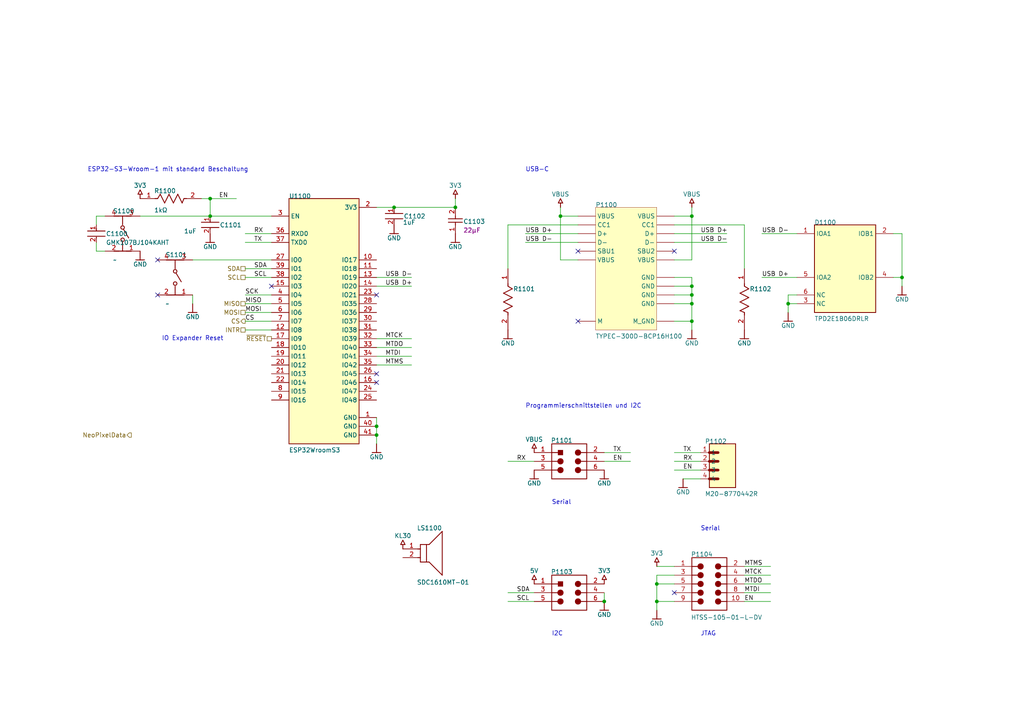
<source format=kicad_sch>
(kicad_sch (version 20231120) (generator "eeschema") (generator_version "8.0")
  (paper "A4")
  (lib_symbols
    (symbol "Lada_Speedometer-altium-import:3V3_ARROW" (power)
      (property "Reference" "#PWR" (at 0 0 0))
      (property "Value" "3V3" (at 0 3.81 0))
      (symbol "3V3_ARROW_0_0"
        (pin power_in line (at 0 0 0) (length 0) hide (name "3V3") (number ""))
      )
    )
    (symbol "Lada_Speedometer-altium-import:5V_ARROW" (power)
      (property "Reference" "#PWR" (at 0 0 0))
      (property "Value" "5V" (at 0 3.81 0))
      (symbol "5V_ARROW_0_0"
        (pin power_in line (at 0 0 0) (length 0) hide (name "5V") (number ""))
      )
    )
    (symbol "Lada_Speedometer-altium-import:Designator_0_02cd4be3c70576c341d710602a673aa"
      (symbol "Designator_0_02cd4be3c70576c341d710602a673aa_1_0"
        (pin passive line (at 0 0 270) (length 1.778) (name "1") (number "1"))
        (pin passive line (at 0 -5.08 90) (length 1.524) (name "2") (number "2"))
      )
    )
    (symbol "Lada_Speedometer-altium-import:Designator_0_1029c3af85768c4190bb7ad29bc67b5"
      (symbol "Designator_0_1029c3af85768c4190bb7ad29bc67b5_1_0"
        (pin passive line (at 0 0 0) (length 5.08) (name "1") (number "1"))
        (pin passive line (at 17.78 0 180) (length 5.08) (name "2") (number "2"))
      )
    )
    (symbol "Lada_Speedometer-altium-import:Designator_0_1973c4b650225fd2ddacaff6b763965"
      (symbol "Designator_0_1973c4b650225fd2ddacaff6b763965_1_0"
        (pin passive line (at 0 0 0) (length 5.08) (name "C") (number "1"))
        (pin passive line (at 0 -2.54 0) (length 5.08) (name "A") (number "2"))
      )
    )
    (symbol "Lada_Speedometer-altium-import:Designator_0_CN-2P-M-R6"
      (symbol "Designator_0_CN-2P-M-R6_1_0"
        (pin passive line (at -5.08 -2.54 0) (length 5.08) (name "1") (number "1"))
        (pin passive line (at 15.24 -2.54 180) (length 5.08) (name "2") (number "2"))
        (pin passive line (at -5.08 -5.08 0) (length 5.08) (name "3") (number "3"))
        (pin passive line (at 15.24 -5.08 180) (length 5.08) (name "4") (number "4"))
        (pin passive line (at -5.08 -7.62 0) (length 5.08) (name "5") (number "5"))
        (pin passive line (at 15.24 -7.62 180) (length 5.08) (name "6") (number "6"))
      )
    )
    (symbol "Lada_Speedometer-altium-import:Designator_0_ESP32WroomS3"
      (symbol "Designator_0_ESP32WroomS3_1_0"
        (pin power_in line (at 0 0 180) (length 5.08) (name "GND") (number "1"))
        (pin bidirectional line (at 0 45.72 180) (length 5.08) (name "IO17") (number "10"))
        (pin bidirectional line (at 0 43.18 180) (length 5.08) (name "IO18") (number "11"))
        (pin bidirectional line (at -30.48 25.4 0) (length 5.08) (name "IO8") (number "12"))
        (pin bidirectional line (at 0 40.64 180) (length 5.08) (name "IO19") (number "13"))
        (pin bidirectional line (at 0 38.1 180) (length 5.08) (name "IO20") (number "14"))
        (pin bidirectional line (at -30.48 38.1 0) (length 5.08) (name "IO3") (number "15"))
        (pin bidirectional line (at 0 10.16 180) (length 5.08) (name "IO46") (number "16"))
        (pin bidirectional line (at -30.48 22.86 0) (length 5.08) (name "IO9") (number "17"))
        (pin bidirectional line (at -30.48 20.32 0) (length 5.08) (name "IO10") (number "18"))
        (pin bidirectional line (at -30.48 17.78 0) (length 5.08) (name "IO11") (number "19"))
        (pin power_in line (at 0 60.96 180) (length 5.08) (name "3V3") (number "2"))
        (pin bidirectional line (at -30.48 15.24 0) (length 5.08) (name "IO12") (number "20"))
        (pin bidirectional line (at -30.48 12.7 0) (length 5.08) (name "IO13") (number "21"))
        (pin bidirectional line (at -30.48 10.16 0) (length 5.08) (name "IO14") (number "22"))
        (pin bidirectional line (at 0 35.56 180) (length 5.08) (name "IO21") (number "23"))
        (pin bidirectional line (at 0 7.62 180) (length 5.08) (name "IO47") (number "24"))
        (pin bidirectional line (at 0 5.08 180) (length 5.08) (name "IO48") (number "25"))
        (pin bidirectional line (at 0 12.7 180) (length 5.08) (name "IO45") (number "26"))
        (pin bidirectional line (at -30.48 45.72 0) (length 5.08) (name "IO0") (number "27"))
        (pin bidirectional line (at 0 33.02 180) (length 5.08) (name "IO35") (number "28"))
        (pin bidirectional line (at 0 30.48 180) (length 5.08) (name "IO36") (number "29"))
        (pin input line (at -30.48 58.42 0) (length 5.08) (name "EN") (number "3"))
        (pin bidirectional line (at 0 27.94 180) (length 5.08) (name "IO37") (number "30"))
        (pin bidirectional line (at 0 25.4 180) (length 5.08) (name "IO38") (number "31"))
        (pin bidirectional line (at 0 22.86 180) (length 5.08) (name "IO39") (number "32"))
        (pin bidirectional line (at 0 20.32 180) (length 5.08) (name "IO40") (number "33"))
        (pin bidirectional line (at 0 17.78 180) (length 5.08) (name "IO41") (number "34"))
        (pin bidirectional line (at 0 15.24 180) (length 5.08) (name "IO42") (number "35"))
        (pin bidirectional line (at -30.48 53.34 0) (length 5.08) (name "RXD0") (number "36"))
        (pin bidirectional line (at -30.48 50.8 0) (length 5.08) (name "TXD0") (number "37"))
        (pin bidirectional line (at -30.48 40.64 0) (length 5.08) (name "IO2") (number "38"))
        (pin bidirectional line (at -30.48 43.18 0) (length 5.08) (name "IO1") (number "39"))
        (pin bidirectional line (at -30.48 35.56 0) (length 5.08) (name "IO4") (number "4"))
        (pin power_in line (at 0 -2.54 180) (length 5.08) (name "GND") (number "40"))
        (pin power_in line (at 0 -5.08 180) (length 5.08) (name "GND") (number "41"))
        (pin bidirectional line (at -30.48 33.02 0) (length 5.08) (name "IO5") (number "5"))
        (pin bidirectional line (at -30.48 30.48 0) (length 5.08) (name "IO6") (number "6"))
        (pin bidirectional line (at -30.48 27.94 0) (length 5.08) (name "IO7") (number "7"))
        (pin bidirectional line (at -30.48 7.62 0) (length 5.08) (name "IO15") (number "8"))
        (pin bidirectional line (at -30.48 5.08 0) (length 5.08) (name "IO16") (number "9"))
      )
    )
    (symbol "Lada_Speedometer-altium-import:Designator_0_M20-8770442R"
      (symbol "Designator_0_M20-8770442R_1_0"
        (pin passive line (at -2.54 2.54 0) (length 2.54) (name "1") (number "1"))
        (pin passive line (at -2.54 0 0) (length 2.54) (name "2") (number "2"))
        (pin passive line (at -2.54 -2.54 0) (length 2.54) (name "3") (number "3"))
        (pin passive line (at -2.54 -5.08 0) (length 2.54) (name "4") (number "4"))
      )
    )
    (symbol "Lada_Speedometer-altium-import:Designator_0_TYPEC-300D-BCP16H100-Symbol-1"
      (symbol "Designator_0_TYPEC-300D-BCP16H100-Symbol-1_1_0"
        (pin passive line (at 27.94 -17.78 180) (length 5.08) (name "GND") (number "A1"))
        (pin passive line (at 27.94 -20.32 180) (length 5.08) (name "GND") (number "A12"))
        (pin passive line (at 0 0 0) (length 5.08) (name "VBUS") (number "A4"))
        (pin passive line (at 0 -2.54 0) (length 5.08) (name "CC1") (number "A5"))
        (pin passive line (at 0 -5.08 0) (length 5.08) (name "D+") (number "A6"))
        (pin passive line (at 0 -7.62 0) (length 5.08) (name "D-") (number "A7"))
        (pin passive line (at 0 -10.16 0) (length 5.08) (name "SBU1") (number "A8"))
        (pin passive line (at 0 -12.7 0) (length 5.08) (name "VBUS") (number "A9"))
        (pin passive line (at 27.94 -22.86 180) (length 5.08) (name "GND") (number "B1"))
        (pin passive line (at 27.94 -25.4 180) (length 5.08) (name "GND") (number "B12"))
        (pin passive line (at 27.94 0 180) (length 5.08) (name "VBUS") (number "B4"))
        (pin passive line (at 27.94 -2.54 180) (length 5.08) (name "CC1") (number "B5"))
        (pin passive line (at 27.94 -5.08 180) (length 5.08) (name "D+") (number "B6"))
        (pin passive line (at 27.94 -7.62 180) (length 5.08) (name "D-") (number "B7"))
        (pin passive line (at 27.94 -10.16 180) (length 5.08) (name "SBU2") (number "B8"))
        (pin passive line (at 27.94 -12.7 180) (length 5.08) (name "VBUS") (number "B9"))
        (pin passive line (at 0 -30.48 0) (length 5.08) (name "M") (number "M"))
        (pin passive line (at 27.94 -30.48 180) (length 5.08) (name "M_GND") (number "M_GND"))
      )
    )
    (symbol "Lada_Speedometer-altium-import:Designator_0_b4654b650e69147ec39a6b967a45e02"
      (symbol "Designator_0_b4654b650e69147ec39a6b967a45e02_1_0"
        (pin passive line (at 0 0 270) (length 1.778) (name "1") (number "1"))
        (pin passive line (at 0 -5.08 90) (length 1.524) (name "2") (number "2"))
      )
    )
    (symbol "Lada_Speedometer-altium-import:Designator_0_f3dc085ebb28d99bc65c213f373c040"
      (symbol "Designator_0_f3dc085ebb28d99bc65c213f373c040_1_0"
        (pin bidirectional line (at 0 0 0) (length 5.08) (name "IOA1") (number "1"))
        (pin bidirectional line (at 27.94 0 180) (length 5.08) (name "IOB1") (number "2"))
        (pin passive line (at 0 -20.32 0) (length 5.08) (name "NC") (number "3"))
        (pin bidirectional line (at 27.94 -12.7 180) (length 5.08) (name "IOB2") (number "4"))
        (pin bidirectional line (at 0 -12.7 0) (length 5.08) (name "IOA2") (number "5"))
        (pin passive line (at 0 -17.78 0) (length 5.08) (name "NC") (number "6"))
      )
    )
    (symbol "Lada_Speedometer-altium-import:Designator_1_CAP-NP-2"
      (symbol "Designator_1_CAP-NP-2_1_0"
        (pin passive line (at 0 0 90) (length 2.54) (name "1") (number "1"))
        (pin passive line (at 0 7.62 270) (length 2.54) (name "2") (number "2"))
      )
    )
    (symbol "Lada_Speedometer-altium-import:Designator_3_1029c3af85768c4190bb7ad29bc67b5"
      (symbol "Designator_3_1029c3af85768c4190bb7ad29bc67b5_1_0"
        (pin passive line (at 0 0 270) (length 5.08) (name "1") (number "1"))
        (pin passive line (at 0 -17.78 90) (length 5.08) (name "2") (number "2"))
      )
    )
    (symbol "Lada_Speedometer-altium-import:Designator_3_1adf0dd01260c80cf25a44bfd6b99ba"
      (symbol "Designator_3_1adf0dd01260c80cf25a44bfd6b99ba_1_0"
        (pin passive line (at 0 -10.16 180) (length 5.08) (name "1") (number "1"))
        (pin passive line (at -10.16 -10.16 0) (length 5.08) (name "2") (number "2"))
        (pin passive line (at 0 0 180) (length 5.08) (name "3") (number "3"))
        (pin passive line (at -10.16 0 0) (length 5.08) (name "4") (number "4"))
      )
    )
    (symbol "Lada_Speedometer-altium-import:Designator_3_SMTC-HTSS-105-01-X-DV"
      (symbol "Designator_3_SMTC-HTSS-105-01-X-DV_1_0"
        (pin passive line (at -15.24 -2.54 0) (length 5.08) (name "1") (number "1"))
        (pin passive line (at 5.08 -12.7 180) (length 5.08) (name "10") (number "10"))
        (pin passive line (at 5.08 -2.54 180) (length 5.08) (name "2") (number "2"))
        (pin passive line (at -15.24 -5.08 0) (length 5.08) (name "3") (number "3"))
        (pin passive line (at 5.08 -5.08 180) (length 5.08) (name "4") (number "4"))
        (pin passive line (at -15.24 -7.62 0) (length 5.08) (name "5") (number "5"))
        (pin passive line (at 5.08 -7.62 180) (length 5.08) (name "6") (number "6"))
        (pin passive line (at -15.24 -10.16 0) (length 5.08) (name "7") (number "7"))
        (pin passive line (at 5.08 -10.16 180) (length 5.08) (name "8") (number "8"))
        (pin passive line (at -15.24 -12.7 0) (length 5.08) (name "9") (number "9"))
      )
    )
    (symbol "Lada_Speedometer-altium-import:GND_BAR" (power)
      (property "Reference" "#PWR" (at 0 0 0))
      (property "Value" "GND" (at 0 3.81 0))
      (symbol "GND_BAR_0_0"
        (pin power_in line (at 0 0 0) (length 0) hide (name "GND") (number ""))
      )
    )
    (symbol "Lada_Speedometer-altium-import:KL30_ARROW" (power)
      (property "Reference" "#PWR" (at 0 0 0))
      (property "Value" "KL30" (at 0 3.81 0))
      (symbol "KL30_ARROW_0_0"
        (pin power_in line (at 0 0 0) (length 0) hide (name "KL30") (number ""))
      )
    )
    (symbol "Lada_Speedometer-altium-import:VBUS_ARROW" (power)
      (property "Reference" "#PWR" (at 0 0 0))
      (property "Value" "VBUS" (at 0 3.81 0))
      (symbol "VBUS_ARROW_0_0"
        (pin power_in line (at 0 0 0) (length 0) hide (name "VBUS") (number ""))
      )
    )
  )
  (junction (at 228.6 88.0872))
  (junction (at 200.66 83.0072))
  (junction (at 200.66 88.0872))
  (junction (at 200.66 85.5472))
  (junction (at 60.96 57.6072))
  (junction (at 190.5 174.4472))
  (junction (at 60.96 62.6872))
  (junction (at 132.08 60.1472))
  (junction (at 162.56 62.6872))
  (junction (at 200.66 62.6872))
  (junction (at 114.3 60.1472))
  (junction (at 190.5 169.3672))
  (junction (at 200.66 93.1672))
  (junction (at 109.22 123.6472))
  (junction (at 261.62 80.4672))
  (junction (at 175.26 174.4472))
  (junction (at 109.22 126.1872))
  (no_connect (at 167.64 72.8472))
  (no_connect (at 78.74 83.0072))
  (no_connect (at 45.72 85.5472))
  (no_connect (at 167.64 93.1672))
  (no_connect (at 109.22 108.4072))
  (no_connect (at 109.22 110.9472))
  (no_connect (at 195.58 171.9072))
  (no_connect (at 109.22 85.5472))
  (no_connect (at 195.58 72.8472))
  (no_connect (at 45.72 75.3872))
  (wire (pts (xy 119.38 103.3272) (xy 109.22 103.3272)))
  (wire (pts (xy 71.12 77.9272) (xy 78.74 77.9272)))
  (wire (pts (xy 228.6 88.0872) (xy 231.14 88.0872)))
  (wire (pts (xy 147.32 65.2272) (xy 167.64 65.2272)))
  (wire (pts (xy 195.58 166.8272) (xy 190.5 166.8272)))
  (wire (pts (xy 60.96 57.6072) (xy 58.42 57.6072)))
  (wire (pts (xy 71.12 70.3072) (xy 78.74 70.3072)))
  (wire (pts (xy 200.66 85.5472) (xy 195.58 85.5472)))
  (wire (pts (xy 27.94 70.3072) (xy 27.94 72.8472)))
  (wire (pts (xy 119.38 100.7872) (xy 109.22 100.7872)))
  (wire (pts (xy 220.98 67.7672) (xy 231.14 67.7672)))
  (wire (pts (xy 223.52 164.2872) (xy 215.9 164.2872)))
  (wire (pts (xy 223.52 174.4472) (xy 215.9 174.4472)))
  (wire (pts (xy 200.66 80.4672) (xy 195.58 80.4672)))
  (wire (pts (xy 71.12 80.4672) (xy 78.74 80.4672)))
  (wire (pts (xy 27.94 72.8472) (xy 30.48 72.8472)))
  (wire (pts (xy 182.88 133.8072) (xy 175.26 133.8072)))
  (wire (pts (xy 200.66 93.1672) (xy 200.66 88.0872)))
  (wire (pts (xy 109.22 83.0072) (xy 119.38 83.0072)))
  (wire (pts (xy 175.26 171.9072) (xy 175.26 174.4472)))
  (wire (pts (xy 228.6 88.0872) (xy 228.6 85.5472)))
  (wire (pts (xy 203.2 136.3472) (xy 195.58 136.3472)))
  (wire (pts (xy 78.74 85.5472) (xy 71.12 85.5472)))
  (wire (pts (xy 114.3 60.1472) (xy 109.22 60.1472)))
  (wire (pts (xy 78.74 88.0872) (xy 71.12 88.0872)))
  (wire (pts (xy 261.62 80.4672) (xy 261.62 67.7672)))
  (wire (pts (xy 109.22 126.1872) (xy 109.22 123.6472)))
  (wire (pts (xy 152.4 70.3072) (xy 167.64 70.3072)))
  (wire (pts (xy 195.58 88.0872) (xy 200.66 88.0872)))
  (wire (pts (xy 195.58 174.4472) (xy 190.5 174.4472)))
  (wire (pts (xy 203.2 131.2672) (xy 195.58 131.2672)))
  (wire (pts (xy 200.66 62.6872) (xy 200.66 60.1472)))
  (wire (pts (xy 210.82 70.3072) (xy 195.58 70.3072)))
  (wire (pts (xy 78.74 90.6272) (xy 71.12 90.6272)))
  (wire (pts (xy 27.94 62.6872) (xy 30.48 62.6872)))
  (wire (pts (xy 195.58 75.3872) (xy 200.66 75.3872)))
  (wire (pts (xy 60.96 62.6872) (xy 60.96 57.6072)))
  (wire (pts (xy 71.12 95.7072) (xy 78.74 95.7072)))
  (wire (pts (xy 210.82 67.7672) (xy 195.58 67.7672)))
  (wire (pts (xy 200.66 62.6872) (xy 195.58 62.6872)))
  (wire (pts (xy 200.66 93.1672) (xy 195.58 93.1672)))
  (wire (pts (xy 195.58 83.0072) (xy 200.66 83.0072)))
  (wire (pts (xy 162.56 75.3872) (xy 167.64 75.3872)))
  (wire (pts (xy 167.64 62.6872) (xy 162.56 62.6872)))
  (wire (pts (xy 55.88 88.0872) (xy 55.88 85.5472)))
  (wire (pts (xy 215.9 77.9272) (xy 215.9 65.2272)))
  (wire (pts (xy 55.88 75.3872) (xy 78.74 75.3872)))
  (wire (pts (xy 162.56 60.1472) (xy 162.56 62.6872)))
  (wire (pts (xy 190.5 164.2872) (xy 195.58 164.2872)))
  (wire (pts (xy 223.52 166.8272) (xy 215.9 166.8272)))
  (wire (pts (xy 147.32 174.4472) (xy 154.94 174.4472)))
  (wire (pts (xy 78.74 93.1672) (xy 71.12 93.1672)))
  (wire (pts (xy 200.66 95.7072) (xy 200.66 93.1672)))
  (wire (pts (xy 228.6 85.5472) (xy 231.14 85.5472)))
  (wire (pts (xy 152.4 67.7672) (xy 167.64 67.7672)))
  (wire (pts (xy 220.98 80.4672) (xy 231.14 80.4672)))
  (wire (pts (xy 261.62 83.0072) (xy 261.62 80.4672)))
  (wire (pts (xy 119.38 98.2472) (xy 109.22 98.2472)))
  (wire (pts (xy 147.32 77.9272) (xy 147.32 65.2272)))
  (wire (pts (xy 215.9 65.2272) (xy 195.58 65.2272)))
  (wire (pts (xy 190.5 166.8272) (xy 190.5 169.3672)))
  (wire (pts (xy 40.64 62.6872) (xy 60.96 62.6872)))
  (wire (pts (xy 60.96 57.6072) (xy 68.58 57.6072)))
  (wire (pts (xy 109.22 80.4672) (xy 119.38 80.4672)))
  (wire (pts (xy 109.22 128.7272) (xy 109.22 126.1872)))
  (wire (pts (xy 132.08 57.6072) (xy 132.08 60.1472)))
  (wire (pts (xy 190.5 174.4472) (xy 190.5 176.9872)))
  (wire (pts (xy 195.58 133.8072) (xy 203.2 133.8072)))
  (wire (pts (xy 261.62 67.7672) (xy 259.08 67.7672)))
  (wire (pts (xy 162.56 62.6872) (xy 162.56 75.3872)))
  (wire (pts (xy 71.12 67.7672) (xy 78.74 67.7672)))
  (wire (pts (xy 119.38 105.8672) (xy 109.22 105.8672)))
  (wire (pts (xy 259.08 80.4672) (xy 261.62 80.4672)))
  (wire (pts (xy 200.66 88.0872) (xy 200.66 85.5472)))
  (wire (pts (xy 109.22 123.6472) (xy 109.22 121.1072)))
  (wire (pts (xy 27.94 65.2272) (xy 27.94 62.6872)))
  (wire (pts (xy 114.3 60.1472) (xy 132.08 60.1472)))
  (wire (pts (xy 190.5 169.3672) (xy 190.5 174.4472)))
  (wire (pts (xy 228.6 90.6272) (xy 228.6 88.0872)))
  (wire (pts (xy 223.52 171.9072) (xy 215.9 171.9072)))
  (wire (pts (xy 198.12 138.8872) (xy 203.2 138.8872)))
  (wire (pts (xy 147.32 133.8072) (xy 154.94 133.8072)))
  (wire (pts (xy 147.32 171.9072) (xy 154.94 171.9072)))
  (wire (pts (xy 195.58 169.3672) (xy 190.5 169.3672)))
  (wire (pts (xy 182.88 131.2672) (xy 175.26 131.2672)))
  (wire (pts (xy 200.66 83.0072) (xy 200.66 80.4672)))
  (wire (pts (xy 200.66 85.5472) (xy 200.66 83.0072)))
  (wire (pts (xy 78.74 62.6872) (xy 60.96 62.6872)))
  (wire (pts (xy 200.66 75.3872) (xy 200.66 62.6872)))
  (wire (pts (xy 223.52 169.3672) (xy 215.9 169.3672)))
  (text "IO Expander Reset" (at 55.88 98.2472 0) (effects (font (size 1.27 1.27))))
  (text "Serial" (at 203.2 154.1272 0) (effects (font (size 1.27 1.27)) (justify left bottom)))
  (text "ESP32-S3-Wroom-1 mit standard Beschaltung" (at 25.4 49.9872 0) (effects (font (size 1.27 1.27)) (justify left bottom)))
  (text "USB-C" (at 152.4 49.9872 0) (effects (font (size 1.27 1.27)) (justify left bottom)))
  (text "JTAG" (at 203.2 184.6072 0) (effects (font (size 1.27 1.27)) (justify left bottom)))
  (text "Serial" (at 160.02 146.5072 0) (effects (font (size 1.27 1.27)) (justify left bottom)))
  (text "I2C" (at 160.02 184.6072 0) (effects (font (size 1.27 1.27)) (justify left bottom)))
  (text "Programmierschnittstellen und I2C" (at 152.4 118.5672 0) (effects (font (size 1.27 1.27)) (justify left bottom)))
  (label "SCK" (at 71.12 85.5472 0))
  (label "CS" (at 71.12 93.1672 0))
  (label "USB D-" (at 111.76 80.4672 0))
  (label "USB D-" (at 203.2 70.3072 0))
  (label "MTDO" (at 215.9 169.3672 0))
  (label "MISO" (at 71.12 88.0872 0))
  (label "MTDO" (at 111.76 100.7872 0))
  (label "EN" (at 198.12 136.3472 0))
  (label "MTDI" (at 215.9 171.9072 0))
  (label "EN" (at 63.5 57.6072 0))
  (label "USB D+" (at 203.2 67.7672 0))
  (label "RX" (at 73.66 67.7672 0))
  (label "MTMS" (at 111.76 105.8672 0))
  (label "USB D+" (at 220.98 80.4672 0))
  (label "USB D-" (at 220.98 67.7672 0))
  (label "TX" (at 73.66 70.3072 0))
  (label "MTCK" (at 215.9 166.8272 0))
  (label "SCL" (at 149.86 174.4472 0))
  (label "RX" (at 198.12 133.8072 0))
  (label "EN" (at 177.8 133.8072 0))
  (label "TX" (at 198.12 131.2672 0))
  (label "SDA" (at 73.66 77.9272 0))
  (label "SCL" (at 73.66 80.4672 0))
  (label "MTCK" (at 111.76 98.2472 0))
  (label "SDA" (at 149.86 171.9072 0))
  (label "MOSI" (at 71.12 90.6272 0))
  (label "USB D+" (at 152.4 67.7672 0))
  (label "MTMS" (at 215.9 164.2872 0))
  (label "TX" (at 177.8 131.2672 0))
  (label "RX" (at 149.86 133.8072 0))
  (label "MTDI" (at 111.76 103.3272 0))
  (label "USB D-" (at 152.4 70.3072 0))
  (label "USB D+" (at 111.76 83.0072 0))
  (label "EN" (at 215.9 174.4472 0))
  (hierarchical_label "INTR" (shape passive) (at 71.12 95.7072 180))
  (hierarchical_label "SDA" (shape passive) (at 71.12 77.9272 180))
  (hierarchical_label "MOSI" (shape passive) (at 71.12 90.6272 180))
  (hierarchical_label "SCL" (shape passive) (at 71.12 80.4672 180))
  (hierarchical_label "MISO" (shape passive) (at 71.12 88.0872 180))
  (hierarchical_label "~{RESET}" (shape passive) (at 78.74 98.2472 180))
  (hierarchical_label "NeoPixelData" (shape output) (at 38.1 126.1872 180))
  (hierarchical_label "CS" (shape output) (at 71.12 93.1672 180))
  (symbol (lib_id "Lada_Speedometer-altium-import:Designator_3_1029c3af85768c4190bb7ad29bc67b5") (at 215.9 77.9272 0) (unit 1)
    (property "Reference" "R1102" (at 217.424 84.5312 0) (effects (justify left bottom)))
    (property "Value" "CRCW06035K10FKEA" (effects (hide yes)))
    (property "Footprint" "FP-CRCW0603-e3-IPC_C" (effects (hide yes)))
    (property "Description" "RES Thick Film, 5.1kΩ, 1%, 0.1W, 100ppm/°C, 0603" (effects (hide yes)))
    (property "WIDTH" "0.85mm" (effects (hide yes)))
    (property "DEPTH" "0.85mm" (effects (hide yes)))
    (property "MILITARY STANDARD" "Not" (effects (hide yes)))
    (property "PACKAGE QUANTITY" "5000" (effects (hide yes)))
    (property "CASE CODE (METRIC)" "1608" (effects (hide yes)))
    (property "LENGTH" "1.55mm" (effects (hide yes)))
    (property "WEIGHT" "7.1E-05oz" (effects (hide yes)))
    (property "PACKAGING" "Tape and Reel" (effects (hide yes)))
    (property "TEMPERATURE COEFFICIENT" "100ppm/°C" (effects (hide yes)))
    (property "POWER RATING" "100mW" (effects (hide yes)))
    (property "CASE CODE (IMPERIAL)" "0603" (effects (hide yes)))
    (property "VOLTAGE RATING (DC)" "75V" (effects (hide yes)))
    (property "LEAD FREE" "Lead Free" (effects (hide yes)))
    (property "RADIATION HARDENING" "No" (effects (hide yes)))
    (property "CONTACT PLATING" "Tin" (effects (hide yes)))
    (property "COMPOSITION" "Thick Film" (effects (hide yes)))
    (property "MAX OPERATING TEMPERATURE" "155°C" (effects (hide yes)))
    (property "TERMINATION" "SMD/SMT" (effects (hide yes)))
    (property "CASE/PACKAGE" "0603" (effects (hide yes)))
    (property "MIN OPERATING TEMPERATURE" "-55°C" (effects (hide yes)))
    (property "TOLERANCE" "1%" (effects (hide yes)))
    (property "VOLTAGE RATING" "75V" (effects (hide yes)))
    (property "RESISTANCE" "5.1kR" (effects (hide yes)))
    (property "MOUNT" "Surface Mount" (effects (hide yes)))
    (property "HEIGHT" "0.45mm" (effects (hide yes)))
  )
  (symbol (lib_id "Lada_Speedometer-altium-import:Designator_1_CAP-NP-2") (at 132.08 67.7672 0) (unit 1)
    (property "Reference" "C1103" (at 134.366 64.9732 0) (effects (justify left bottom)))
    (property "Value" "Capacitor 22µF +/-40% 16V 0805" (effects (hide yes)))
    (property "Footprint" "CAPC0805(2012)145_L" (effects (hide yes)))
    (property "Description" "Chip Capacitor, 22µF +/-40%, 16V, 0805, Thickness 1.45 mm" (effects (hide yes)))
    (property "VOLTAGE RATING" "16V" (effects (hide yes)))
    (property "TOLERANCE" "5%" (effects (hide yes)))
    (property "MOUNTING TECHNOLOGY" "SMT" (effects (hide yes)))
    (property "PINS" "2" (effects (hide yes)))
    (property "MAX OPERATING TEMPERATURE" "85°C" (effects (hide yes)))
    (property "ALTIUM_VALUE" "22µF" (at 134.366 67.5132 0) (effects (justify left bottom)))
    (property "CASE/PACKAGE" "0805" (effects (hide yes)))
    (property "MIN OPERATING TEMPERATURE" "-55°C" (effects (hide yes)))
  )
  (symbol (lib_id "Lada_Speedometer-altium-import:VBUS_ARROW") (at 162.56 60.1472 180) (unit 1)
    (property "Reference" "#PWR?" (effects (hide yes)))
    (property "Value" "VBUS" (at 162.56 56.3372 0))
  )
  (symbol (lib_id "Lada_Speedometer-altium-import:Designator_0_TYPEC-300D-BCP16H100-Symbol-1") (at 167.64 62.6872 0) (unit 1)
    (property "Reference" "P1100" (at 172.72 60.1472 0) (effects (justify left bottom)))
    (property "Value" "TYPEC-300D-BCP16H100" (at 172.72 98.2472 0) (effects (justify left bottom)))
    (property "Footprint" "TYPEC-300D-BCP16H100-Footprint-1" (effects (hide yes)))
    (property "Description" "Vertical USB Type C Connector" (effects (hide yes)))
  )
  (symbol (lib_id "Lada_Speedometer-altium-import:Designator_0_b4654b650e69147ec39a6b967a45e02") (at 114.3 60.1472 0) (unit 1)
    (property "Reference" "C1102" (at 117.094 63.4492 0) (effects (justify left bottom)))
    (property "Value" "1uF" (at 116.84 65.2272 0) (effects (justify left bottom)))
    (property "Footprint" "FP-CGA3E-0_3-0_1-MFG" (effects (hide yes)))
    (property "Description" "Cap Ceramic 1uF 35V X7R 10% Pad SMD 0603 +125°C Automotive T/R\r\nCGA3E1X7R1V105K080AC" (effects (hide yes)))
    (property "TERMINATION" "SMD/SMT" (effects (hide yes)))
    (property "PACKAGING" "Tape and Reel" (effects (hide yes)))
    (property "CAPACITANCE" "1uF" (effects (hide yes)))
    (property "TOLERANCE" "10%" (effects (hide yes)))
    (property "MOUNT" "Surface Mount" (effects (hide yes)))
    (property "THICKNESS" "0.035inch" (effects (hide yes)))
    (property "CASE CODE (IMPERIAL)" "0603" (effects (hide yes)))
    (property "VOLTAGE RATING" "35V" (effects (hide yes)))
    (property "CASE/PACKAGE" "0603" (effects (hide yes)))
    (property "CASE CODE (METRIC)" "1608" (effects (hide yes)))
    (property "DIELECTRIC" "X7R" (effects (hide yes)))
    (property "WIDTH" "0.031inch" (effects (hide yes)))
    (property "LENGTH" "0.063inch" (effects (hide yes)))
    (property "MIN OPERATING TEMPERATURE" "-55°C" (effects (hide yes)))
    (property "WEIGHT" "7.1E-05oz" (effects (hide yes)))
    (property "MAX OPERATING TEMPERATURE" "125°C" (effects (hide yes)))
    (property "VOLTAGE RATING (DC)" "35V" (effects (hide yes)))
    (property "HEIGHT" "0.8mm" (effects (hide yes)))
    (property "RATINGS" "AEC-Q200" (effects (hide yes)))
    (property "PACKAGE QUANTITY" "4000" (effects (hide yes)))
  )
  (symbol (lib_id "Lada_Speedometer-altium-import:GND_BAR") (at 175.26 174.4472 0) (unit 1)
    (property "Reference" "#PWR?" (effects (hide yes)))
    (property "Value" "GND" (at 175.26 178.2572 0))
  )
  (symbol (lib_id "Lada_Speedometer-altium-import:VBUS_ARROW") (at 200.66 60.1472 180) (unit 1)
    (property "Reference" "#PWR?" (effects (hide yes)))
    (property "Value" "VBUS" (at 200.66 56.3372 0))
  )
  (symbol (lib_id "Lada_Speedometer-altium-import:Designator_3_1adf0dd01260c80cf25a44bfd6b99ba") (at 55.88 75.3872 0) (unit 1)
    (property "Reference" "S1101" (at 48.006 74.6252 0) (effects (justify left bottom)))
    (property "Value" "~" (at 48.006 88.8492 0) (effects (justify left bottom)))
    (property "Footprint" "FP-PTS645SM43SMTR92LFS-MFG" (effects (hide yes)))
    (property "Description" "SWITCH TACTILE SPST-NO 0.05A 12V\r\nPTS645SM43SMTR92LFS" (effects (hide yes)))
    (property "CONTACT RESISTANCE" "100mR" (effects (hide yes)))
    (property "MIN OPERATING TEMPERATURE" "-20°C" (effects (hide yes)))
    (property "REACH SVHC" "No SVHC" (effects (hide yes)))
    (property "TERMINATION" "Gull Wing" (effects (hide yes)))
    (property "THROW CONFIGURATION" "SPST" (effects (hide yes)))
    (property "ILLUMINATION TYPE" "Non-Illuminated" (effects (hide yes)))
    (property "CASE/PACKAGE" "SMD/SMT" (effects (hide yes)))
    (property "PACKAGING" "Tape and Reel" (effects (hide yes)))
    (property "MOUNT" "Surface Mount" (effects (hide yes)))
    (property "MECHANICAL LIFE" "100000Cycles" (effects (hide yes)))
    (property "VOLTAGE RATING (DC)" "12V" (effects (hide yes)))
    (property "CURRENT RATING" "50mA" (effects (hide yes)))
    (property "ORIENTATION" "Straight" (effects (hide yes)))
    (property "SWITCH FUNCTION" "Off-Mom" (effects (hide yes)))
    (property "LEAD FREE" "Lead Free" (effects (hide yes)))
    (property "ACTUATOR LENGTH" "0.85mm" (effects (hide yes)))
    (property "CONTACT MATERIAL" "Silver" (effects (hide yes)))
    (property "COLOR" "Black" (effects (hide yes)))
    (property "MAX CURRENT RATING" "50mA" (effects (hide yes)))
    (property "ACTUATOR MATERIAL" "Nylon" (effects (hide yes)))
    (property "ACTUATOR TYPE" "Standard" (effects (hide yes)))
    (property "CONTACT PLATING" "Silver" (effects (hide yes)))
    (property "DEPTH" "9mm" (effects (hide yes)))
    (property "PACKAGE QUANTITY" "1" (effects (hide yes)))
    (property "MAX VOLTAGE RATING (DC)" "12V" (effects (hide yes)))
    (property "OPERATING FORCE" "160gf" (effects (hide yes)))
    (property "LENGTH" "6mm" (effects (hide yes)))
    (property "MAX OPERATING TEMPERATURE" "60°C" (effects (hide yes)))
  )
  (symbol (lib_id "Lada_Speedometer-altium-import:GND_BAR") (at 55.88 88.0872 0) (unit 1)
    (property "Reference" "#PWR?" (effects (hide yes)))
    (property "Value" "GND" (at 55.88 91.8972 0))
  )
  (symbol (lib_id "Lada_Speedometer-altium-import:GND_BAR") (at 147.32 95.7072 0) (unit 1)
    (property "Reference" "#PWR?" (effects (hide yes)))
    (property "Value" "GND" (at 147.32 99.5172 0))
  )
  (symbol (lib_id "Lada_Speedometer-altium-import:Designator_0_CN-2P-M-R6") (at 160.02 166.8272 0) (unit 1)
    (property "Reference" "P1103" (at 159.766 166.5732 0) (effects (justify left bottom)))
    (property "Value" "5-146130-2" (effects (hide yes)))
    (property "Footprint" "TECO-5-146130-2_V" (effects (hide yes)))
    (property "Description" "Male Header, Pitch 2.54 mm, 2 x 3 Position, Height 8.13 mm, -65 to 125 degC, RoHS, Tube" (effects (hide yes)))
    (property "MIN OPERATING TEMPERATURE" "-40 degC" (effects (hide yes)))
    (property "MAX SUPPLY VOLTAGE" "5.5 V" (effects (hide yes)))
    (property "COMPONENTLINK1URL" "http://www.te.com/" (effects (hide yes)))
    (property "MIN SUPPLY VOLTAGE" "4.5 V" (effects (hide yes)))
    (property "COMPONENTLINK2DESCRIPTION" "Datasheet" (effects (hide yes)))
    (property "PINS" "3" (effects (hide yes)))
    (property "MAX OPERATING TEMPERATURE" "150 degC" (effects (hide yes)))
    (property "PACKAGEDESCRIPTION" "Male Header, Pitch 2.54 mm, 2 x 3 Position, Height 8.13 mm" (effects (hide yes)))
    (property "PACKAGE QUANTITY" "3000" (effects (hide yes)))
    (property "PACKAGEREFERENCE" "5-146130-2" (effects (hide yes)))
    (property "DATASHEETVERSION" "Oct-15" (effects (hide yes)))
    (property "COMPONENTLINK1DESCRIPTION" "Manufacturer URL" (effects (hide yes)))
    (property "NOMINAL SUPPLY VOLTAGE" "5 V" (effects (hide yes)))
    (property "RADIATION HARDENING" "No" (effects (hide yes)))
    (property "MOUNT" "Surface Mount" (effects (hide yes)))
    (property "ROHSCOMPLIANT" "true" (effects (hide yes)))
    (property "PACKAGING" "Tape and Reel" (effects (hide yes)))
    (property "COMPONENTLINK2URL" "http://www.te.com/commerce/DocumentDelivery/DDEController?Action=showdoc&DocId=Customer+Drawing%7F146130%7FM%7Fpdf%7FEnglish%7FENG_CD_146130_M.pdf%7F5-146130-2" (effects (hide yes)))
  )
  (symbol (lib_id "Lada_Speedometer-altium-import:GND_BAR") (at 228.6 90.6272 0) (unit 1)
    (property "Reference" "#PWR?" (effects (hide yes)))
    (property "Value" "GND" (at 228.6 94.4372 0))
  )
  (symbol (lib_id "Lada_Speedometer-altium-import:Designator_0_CN-2P-M-R6") (at 160.02 128.7272 0) (unit 1)
    (property "Reference" "P1101" (at 159.766 128.4732 0) (effects (justify left bottom)))
    (property "Value" "5-146130-2" (effects (hide yes)))
    (property "Footprint" "TECO-5-146130-2_V" (effects (hide yes)))
    (property "Description" "Male Header, Pitch 2.54 mm, 2 x 3 Position, Height 8.13 mm, -65 to 125 degC, RoHS, Tube" (effects (hide yes)))
    (property "MIN OPERATING TEMPERATURE" "-40 degC" (effects (hide yes)))
    (property "MAX SUPPLY VOLTAGE" "5.5 V" (effects (hide yes)))
    (property "COMPONENTLINK1URL" "http://www.te.com/" (effects (hide yes)))
    (property "MIN SUPPLY VOLTAGE" "4.5 V" (effects (hide yes)))
    (property "COMPONENTLINK2DESCRIPTION" "Datasheet" (effects (hide yes)))
    (property "PINS" "3" (effects (hide yes)))
    (property "MAX OPERATING TEMPERATURE" "150 degC" (effects (hide yes)))
    (property "PACKAGEDESCRIPTION" "Male Header, Pitch 2.54 mm, 2 x 3 Position, Height 8.13 mm" (effects (hide yes)))
    (property "PACKAGE QUANTITY" "3000" (effects (hide yes)))
    (property "PACKAGEREFERENCE" "5-146130-2" (effects (hide yes)))
    (property "DATASHEETVERSION" "Oct-15" (effects (hide yes)))
    (property "COMPONENTLINK1DESCRIPTION" "Manufacturer URL" (effects (hide yes)))
    (property "NOMINAL SUPPLY VOLTAGE" "5 V" (effects (hide yes)))
    (property "RADIATION HARDENING" "No" (effects (hide yes)))
    (property "MOUNT" "Surface Mount" (effects (hide yes)))
    (property "ROHSCOMPLIANT" "true" (effects (hide yes)))
    (property "PACKAGING" "Tape and Reel" (effects (hide yes)))
    (property "COMPONENTLINK2URL" "http://www.te.com/commerce/DocumentDelivery/DDEController?Action=showdoc&DocId=Customer+Drawing%7F146130%7FM%7Fpdf%7FEnglish%7FENG_CD_146130_M.pdf%7F5-146130-2" (effects (hide yes)))
  )
  (symbol (lib_id "Lada_Speedometer-altium-import:Designator_0_M20-8770442R") (at 205.74 133.8072 0) (unit 1)
    (property "Reference" "P1102" (at 204.47 128.7272 0) (effects (justify left bottom)))
    (property "Value" "M20-8770442R" (at 204.47 143.9672 0) (effects (justify left bottom)))
    (property "Footprint" "HARWIN_M20-8770442R" (effects (hide yes)))
    (property "Description" "Connector Header Surface Mount 4 position 0.100 (2.54mm)" (effects (hide yes)))
    (property "MF" "Harwin Inc." (effects (hide yes)))
    (property "PACKAGE" "None" (effects (hide yes)))
    (property "PRICE" "None" (effects (hide yes)))
    (property "CHECK_PRICES" "https://www.snapeda.com/parts/M20-8770442R/Harwin+Inc./view-part/?ref=eda" (effects (hide yes)))
    (property "ALTIUM_VALUE" "*" (effects (hide yes)))
    (property "SNAPEDA_LINK" "https://www.snapeda.com/parts/M20-8770442R/Harwin+Inc./view-part/?ref=snap" (effects (hide yes)))
    (property "MP" "M20-8770442R" (effects (hide yes)))
    (property "AVAILABILITY" "In Stock" (effects (hide yes)))
    (property "PURCHASE-URL" "https://pricing.snapeda.com/search?q=M20-8770442R&ref=eda" (effects (hide yes)))
  )
  (symbol (lib_id "Lada_Speedometer-altium-import:Designator_0_b4654b650e69147ec39a6b967a45e02") (at 60.96 62.6872 0) (unit 1)
    (property "Reference" "C1101" (at 63.754 65.9892 0) (effects (justify left bottom)))
    (property "Value" "1uF" (at 53.34 67.7672 0) (effects (justify left bottom)))
    (property "Footprint" "FP-CGA3E-0_3-0_1-MFG" (effects (hide yes)))
    (property "Description" "Cap Ceramic 1uF 35V X7R 10% Pad SMD 0603 +125°C Automotive T/R\r\nCGA3E1X7R1V105K080AC" (effects (hide yes)))
    (property "TERMINATION" "SMD/SMT" (effects (hide yes)))
    (property "PACKAGING" "Tape and Reel" (effects (hide yes)))
    (property "CAPACITANCE" "1uF" (effects (hide yes)))
    (property "TOLERANCE" "10%" (effects (hide yes)))
    (property "MOUNT" "Surface Mount" (effects (hide yes)))
    (property "THICKNESS" "0.035inch" (effects (hide yes)))
    (property "CASE CODE (IMPERIAL)" "0603" (effects (hide yes)))
    (property "VOLTAGE RATING" "35V" (effects (hide yes)))
    (property "CASE/PACKAGE" "0603" (effects (hide yes)))
    (property "CASE CODE (METRIC)" "1608" (effects (hide yes)))
    (property "DIELECTRIC" "X7R" (effects (hide yes)))
    (property "WIDTH" "0.031inch" (effects (hide yes)))
    (property "LENGTH" "0.063inch" (effects (hide yes)))
    (property "MIN OPERATING TEMPERATURE" "-55°C" (effects (hide yes)))
    (property "WEIGHT" "7.1E-05oz" (effects (hide yes)))
    (property "MAX OPERATING TEMPERATURE" "125°C" (effects (hide yes)))
    (property "VOLTAGE RATING (DC)" "35V" (effects (hide yes)))
    (property "HEIGHT" "0.8mm" (effects (hide yes)))
    (property "RATINGS" "AEC-Q200" (effects (hide yes)))
    (property "PACKAGE QUANTITY" "4000" (effects (hide yes)))
  )
  (symbol (lib_id "Lada_Speedometer-altium-import:Designator_0_1973c4b650225fd2ddacaff6b763965") (at 116.84 159.2072 0) (unit 1)
    (property "Reference" "LS1100" (at 120.904 153.8732 0) (effects (justify left bottom)))
    (property "Value" "SDC1610MT-01" (at 120.904 169.6212 0) (effects (justify left bottom)))
    (property "Footprint" "FP-SDC1610MT-01-MFG" (effects (hide yes)))
    (property "Description" "AUDIO MAGNETIC IND 8-16V TH" (effects (hide yes)))
    (property "MIN OPERATING TEMPERATURE" "-10°C" (effects (hide yes)))
    (property "MAX SUPPLY CURRENT" "25mA" (effects (hide yes)))
    (property "NOMINAL SUPPLY VOLTAGE (DC)" "12V" (effects (hide yes)))
    (property "PACKAGING" "Tray" (effects (hide yes)))
    (property "VOLTAGE RATING" "12V" (effects (hide yes)))
    (property "HEIGHT" "10mm" (effects (hide yes)))
    (property "LEAD FREE" "Lead Free" (effects (hide yes)))
    (property "SERIES" "SDC" (effects (hide yes)))
    (property "OPERATING SUPPLY CURRENT" "25mA" (effects (hide yes)))
    (property "DIAMETER" "16mm" (effects (hide yes)))
    (property "MAX OPERATING TEMPERATURE" "70°C" (effects (hide yes)))
    (property "INPUT TYPE" "DC" (effects (hide yes)))
    (property "FREQUENCY" "2.4kHz" (effects (hide yes)))
    (property "SENSING METHOD" "Magnetic" (effects (hide yes)))
    (property "MOUNT" "Through Hole" (effects (hide yes)))
    (property "TERMINATION" "PC Pins" (effects (hide yes)))
  )
  (symbol (lib_id "Lada_Speedometer-altium-import:GND_BAR") (at 190.5 176.9872 0) (unit 1)
    (property "Reference" "#PWR?" (effects (hide yes)))
    (property "Value" "GND" (at 190.5 180.7972 0))
  )
  (symbol (lib_id "Lada_Speedometer-altium-import:3V3_ARROW") (at 190.5 164.2872 180) (unit 1)
    (property "Reference" "#PWR?" (effects (hide yes)))
    (property "Value" "3V3" (at 190.5 160.4772 0))
  )
  (symbol (lib_id "Lada_Speedometer-altium-import:GND_BAR") (at 200.66 95.7072 0) (unit 1)
    (property "Reference" "#PWR?" (effects (hide yes)))
    (property "Value" "GND" (at 200.66 99.5172 0))
  )
  (symbol (lib_id "Lada_Speedometer-altium-import:3V3_ARROW") (at 40.64 57.6072 180) (unit 1)
    (property "Reference" "#PWR?" (effects (hide yes)))
    (property "Value" "3V3" (at 40.64 53.7972 0))
  )
  (symbol (lib_id "Lada_Speedometer-altium-import:GND_BAR") (at 175.26 136.3472 0) (unit 1)
    (property "Reference" "#PWR?" (effects (hide yes)))
    (property "Value" "GND" (at 175.26 140.1572 0))
  )
  (symbol (lib_id "Lada_Speedometer-altium-import:GND_BAR") (at 114.3 65.2272 0) (unit 1)
    (property "Reference" "#PWR?" (effects (hide yes)))
    (property "Value" "GND" (at 114.3 69.0372 0))
  )
  (symbol (lib_id "Lada_Speedometer-altium-import:GND_BAR") (at 261.62 83.0072 0) (unit 1)
    (property "Reference" "#PWR?" (effects (hide yes)))
    (property "Value" "GND" (at 261.62 86.8172 0))
  )
  (symbol (lib_id "Lada_Speedometer-altium-import:GND_BAR") (at 154.94 136.3472 0) (unit 1)
    (property "Reference" "#PWR?" (effects (hide yes)))
    (property "Value" "GND" (at 154.94 140.1572 0))
  )
  (symbol (lib_id "Lada_Speedometer-altium-import:Designator_3_1029c3af85768c4190bb7ad29bc67b5") (at 147.32 77.9272 0) (unit 1)
    (property "Reference" "R1101" (at 148.844 84.5312 0) (effects (justify left bottom)))
    (property "Value" "CRCW06035K10FKEA" (effects (hide yes)))
    (property "Footprint" "FP-CRCW0603-e3-IPC_C" (effects (hide yes)))
    (property "Description" "RES Thick Film, 5.1kΩ, 1%, 0.1W, 100ppm/°C, 0603" (effects (hide yes)))
    (property "WIDTH" "0.85mm" (effects (hide yes)))
    (property "DEPTH" "0.85mm" (effects (hide yes)))
    (property "MILITARY STANDARD" "Not" (effects (hide yes)))
    (property "PACKAGE QUANTITY" "5000" (effects (hide yes)))
    (property "CASE CODE (METRIC)" "1608" (effects (hide yes)))
    (property "LENGTH" "1.55mm" (effects (hide yes)))
    (property "WEIGHT" "7.1E-05oz" (effects (hide yes)))
    (property "PACKAGING" "Tape and Reel" (effects (hide yes)))
    (property "TEMPERATURE COEFFICIENT" "100ppm/°C" (effects (hide yes)))
    (property "POWER RATING" "100mW" (effects (hide yes)))
    (property "CASE CODE (IMPERIAL)" "0603" (effects (hide yes)))
    (property "VOLTAGE RATING (DC)" "75V" (effects (hide yes)))
    (property "LEAD FREE" "Lead Free" (effects (hide yes)))
    (property "RADIATION HARDENING" "No" (effects (hide yes)))
    (property "CONTACT PLATING" "Tin" (effects (hide yes)))
    (property "COMPOSITION" "Thick Film" (effects (hide yes)))
    (property "MAX OPERATING TEMPERATURE" "155°C" (effects (hide yes)))
    (property "TERMINATION" "SMD/SMT" (effects (hide yes)))
    (property "CASE/PACKAGE" "0603" (effects (hide yes)))
    (property "MIN OPERATING TEMPERATURE" "-55°C" (effects (hide yes)))
    (property "TOLERANCE" "1%" (effects (hide yes)))
    (property "VOLTAGE RATING" "75V" (effects (hide yes)))
    (property "RESISTANCE" "5.1kR" (effects (hide yes)))
    (property "MOUNT" "Surface Mount" (effects (hide yes)))
    (property "HEIGHT" "0.45mm" (effects (hide yes)))
  )
  (symbol (lib_id "Lada_Speedometer-altium-import:Designator_0_1029c3af85768c4190bb7ad29bc67b5") (at 40.64 57.6072 0) (unit 1)
    (property "Reference" "R1100" (at 44.704 56.0832 0) (effects (justify left bottom)))
    (property "Value" "1kΩ" (at 44.704 61.6712 0) (effects (justify left bottom)))
    (property "Footprint" "FP-CRCW0603-e3-MFG" (effects (hide yes)))
    (property "Description" "RES Thick Film, 1kΩ, 1%, 0.1W, 100ppm/°C, 0603, CRCW06031K00FKEA" (effects (hide yes)))
    (property "MAX OPERATING TEMPERATURE" "155°C" (effects (hide yes)))
    (property "NUMBER OF PINS" "2" (effects (hide yes)))
    (property "CASE CODE (IMPERIAL)" "0603" (effects (hide yes)))
    (property "MAX POWER DISSIPATION" "100mW" (effects (hide yes)))
    (property "WIDTH" "0.033inch" (effects (hide yes)))
    (property "POWER RATING" "100mW" (effects (hide yes)))
    (property "NUMBER OF TERMINATIONS" "2" (effects (hide yes)))
    (property "PACKAGE QUANTITY" "10" (effects (hide yes)))
    (property "WEIGHT" "7.1E-05oz" (effects (hide yes)))
    (property "VOLTAGE RATING" "75V" (effects (hide yes)))
    (property "TOLERANCE" "1%" (effects (hide yes)))
    (property "TEMPERATURE COEFFICIENT" "100ppm/°C" (effects (hide yes)))
    (property "MILITARY STANDARD" "Not" (effects (hide yes)))
    (property "MOUNT" "Surface Mount" (effects (hide yes)))
    (property "VOLTAGE RATING (DC)" "75V" (effects (hide yes)))
    (property "DEPTH" "0.85mm" (effects (hide yes)))
    (property "COMPOSITION" "Thick Film" (effects (hide yes)))
    (property "RADIATION HARDENING" "No" (effects (hide yes)))
    (property "TERMINATION" "SMD/SMT" (effects (hide yes)))
    (property "RESISTANCE" "1kR" (effects (hide yes)))
    (property "LENGTH" "1.55mm" (effects (hide yes)))
    (property "CASE CODE (METRIC)" "1608" (effects (hide yes)))
    (property "CONTACT PLATING" "Tin" (effects (hide yes)))
    (property "MIN OPERATING TEMPERATURE" "-55°C" (effects (hide yes)))
    (property "PACKAGING" "Tape and Reel" (effects (hide yes)))
    (property "HEIGHT" "0.45mm" (effects (hide yes)))
    (property "LEAD FREE" "Lead Free" (effects (hide yes)))
    (property "CASE/PACKAGE" "0603" (effects (hide yes)))
    (property "FEATURES" "Automotive AEC-Q200" (effects (hide yes)))
  )
  (symbol (lib_id "Lada_Speedometer-altium-import:Designator_0_f3dc085ebb28d99bc65c213f373c040") (at 231.14 67.7672 0) (unit 1)
    (property "Reference" "D1100" (at 236.22 65.2272 0) (effects (justify left bottom)))
    (property "Value" "TPD2E1B06DRLR" (at 236.22 93.1672 0) (effects (justify left bottom)))
    (property "Footprint" "FP-DRL0006A-MFG" (effects (hide yes)))
    (property "Description" "TVS DIODE 5.5V 15V 6SOT" (effects (hide yes)))
    (property "AMBIENT TEMPERATURE RANGE HIGH" "+125°C" (effects (hide yes)))
    (property "PEAK PULSE POWER" "35W" (effects (hide yes)))
    (property "PEAK PULSE CURRENT" "2.5A" (effects (hide yes)))
    (property "PACKAGE" "DRL0006A" (effects (hide yes)))
    (property "AUTOMOTIVE" "No" (effects (hide yes)))
    (property "DIRECTION" "Bidirectional" (effects (hide yes)))
    (property "LEAD FREE" "Yes" (effects (hide yes)))
    (property "STANDOFF HEIGHT" "0mm" (effects (hide yes)))
    (property "TEMPERATURE RANGE LOW" "-40°C" (effects (hide yes)))
    (property "REVERSE STANDOFF VOLTAGE" "5.5V" (effects (hide yes)))
    (property "CLAMPING VOLTAGE" "15V" (effects (hide yes)))
    (property "MOUSER DESCRIPTION" "ESD Suppressors / TVS Diodes 2-CH system level ESD protect device" (effects (hide yes)))
    (property "TEMPERATURE RANGE HIGH" "+125°C" (effects (hide yes)))
    (property "DEVICE CLASS L1" "Circuit Protection" (effects (hide yes)))
    (property "COMPONENTLINK2DESCRIPTION" "Datasheet" (effects (hide yes)))
    (property "ROHS" "TRUE" (effects (hide yes)))
    (property "AMBIENT TEMPERATURE RANGE LOW" "-40°C" (effects (hide yes)))
    (property "INTERFACE" "I2C,USB,LVDS,Other" (effects (hide yes)))
    (property "HEIGHT" "0.6mm" (effects (hide yes)))
    (property "DEVICE CLASS L3" "unset" (effects (hide yes)))
    (property "DEVICE CLASS L2" "ESD and Circuit Protection ICs" (effects (hide yes)))
    (property "TEMPERATURE" "-40°C to +125°C" (effects (hide yes)))
    (property "OCTOPART" "https://octopart.com/tpd2e1b06drlr-texas+instruments-30488860" (effects (hide yes)))
    (property "NUMBER OF CHANNELS" "2" (effects (hide yes)))
    (property "BREAKDOWN VOLTAGE" "7V" (effects (hide yes)))
    (property "COMPONENTLINK2URL" "http://www.ti.com/lit/ds/symlink/tpd2e1b06.pdf" (effects (hide yes)))
    (property "CATEGORY" "Diode" (effects (hide yes)))
    (property "MANUFACTURER PART NUMBER" "TPD2E1B06DRLR" (effects (hide yes)))
    (property "MANUFACTURER" "Texas Instruments" (effects (hide yes)))
    (property "DIGIKEY DESCRIPTION" "TVS DIODE 5.5V 15V 6SOT" (effects (hide yes)))
  )
  (symbol (lib_id "Lada_Speedometer-altium-import:Designator_0_02cd4be3c70576c341d710602a673aa") (at 27.94 65.2272 0) (unit 1)
    (property "Reference" "C1100" (at 30.734 68.5292 0) (effects (justify left bottom)))
    (property "Value" "GMK107BJ104KAHT" (at 30.734 71.0692 0) (effects (justify left bottom)))
    (property "Footprint" "FP-0603-L_1_6_0_1-W_0_8_0-IPC_B" (effects (hide yes)))
    (property "Description" "Ceramic Capacitor Automotive 0.1uF ±10% 35V X5R 0603" (effects (hide yes)))
    (property "PACKAGING" "Digi-Reel®" (effects (hide yes)))
    (property "HEIGHT" "900µm" (effects (hide yes)))
    (property "WIDTH" "800µm" (effects (hide yes)))
    (property "THICKNESS" "889µm" (effects (hide yes)))
    (property "MIN OPERATING TEMPERATURE" "-55°C" (effects (hide yes)))
    (property "TERMINATION" "SMD/SMT" (effects (hide yes)))
    (property "MOUNT" "Surface Mount" (effects (hide yes)))
    (property "RATINGS" "AEC-Q200" (effects (hide yes)))
    (property "HALOGEN FREE" "Halogen Free" (effects (hide yes)))
    (property "TOLERANCE" "10%" (effects (hide yes)))
    (property "MAX OPERATING TEMPERATURE" "85°C" (effects (hide yes)))
    (property "CASE CODE (METRIC)" "1608" (effects (hide yes)))
    (property "CASE/PACKAGE" "0603" (effects (hide yes)))
    (property "LEAD FREE" "Lead Free" (effects (hide yes)))
    (property "CASE CODE (IMPERIAL)" "0603" (effects (hide yes)))
    (property "LENGTH" "1.6002mm" (effects (hide yes)))
    (property "VOLTAGE RATING" "35V" (effects (hide yes)))
    (property "CAPACITANCE" "100nF" (effects (hide yes)))
    (property "VOLTAGE RATING (DC)" "35V" (effects (hide yes)))
    (property "DIELECTRIC" "X5R" (effects (hide yes)))
    (property "MIN WIDTH" "700µm" (effects (hide yes)))
    (property "MIN LENGTH" "1.5mm" (effects (hide yes)))
    (property "MAX LENGTH" "1.7mm" (effects (hide yes)))
    (property "MATERIAL" "Ceramic" (effects (hide yes)))
    (property "NEXARPARTID" "29103042" (effects (hide yes)))
    (property "MIN THICKNESS" "700µm" (effects (hide yes)))
    (property "MAX THICKNESS" "900µm" (effects (hide yes)))
    (property "ROHS" "Compliant" (effects (hide yes)))
    (property "MAX WIDTH" "900µm" (effects (hide yes)))
  )
  (symbol (lib_id "Lada_Speedometer-altium-import:Designator_0_ESP32WroomS3") (at 109.22 121.1072 0) (unit 1)
    (property "Reference" "U1100" (at 83.82 57.6072 0) (effects (justify left bottom)))
    (property "Value" "ESP32WroomS3" (at 83.82 131.2672 0) (effects (justify left bottom)))
    (property "Footprint" "ESP32WroomS3" (effects (hide yes)))
    (property "DESIGN ITEM ID" "ESP32WroomS3" (effects (hide yes)))
    (property "SOURCE" "Schaltdose.SchLib" (effects (hide yes)))
  )
  (symbol (lib_id "Lada_Speedometer-altium-import:GND_BAR") (at 215.9 95.7072 0) (unit 1)
    (property "Reference" "#PWR?" (effects (hide yes)))
    (property "Value" "GND" (at 215.9 99.5172 0))
  )
  (symbol (lib_id "Lada_Speedometer-altium-import:GND_BAR") (at 132.08 67.7672 0) (unit 1)
    (property "Reference" "#PWR?" (effects (hide yes)))
    (property "Value" "GND" (at 132.08 71.5772 0))
  )
  (symbol (lib_id "Lada_Speedometer-altium-import:3V3_ARROW") (at 175.26 169.3672 180) (unit 1)
    (property "Reference" "#PWR?" (effects (hide yes)))
    (property "Value" "3V3" (at 175.26 165.5572 0))
  )
  (symbol (lib_id "Lada_Speedometer-altium-import:Designator_3_1adf0dd01260c80cf25a44bfd6b99ba") (at 40.64 62.6872 0) (unit 1)
    (property "Reference" "S1100" (at 32.766 61.9252 0) (effects (justify left bottom)))
    (property "Value" "~" (at 32.766 76.1492 0) (effects (justify left bottom)))
    (property "Footprint" "FP-PTS645SM43SMTR92LFS-MFG" (effects (hide yes)))
    (property "Description" "SWITCH TACTILE SPST-NO 0.05A 12V\r\nPTS645SM43SMTR92LFS" (effects (hide yes)))
    (property "CONTACT RESISTANCE" "100mR" (effects (hide yes)))
    (property "MIN OPERATING TEMPERATURE" "-20°C" (effects (hide yes)))
    (property "REACH SVHC" "No SVHC" (effects (hide yes)))
    (property "TERMINATION" "Gull Wing" (effects (hide yes)))
    (property "THROW CONFIGURATION" "SPST" (effects (hide yes)))
    (property "ILLUMINATION TYPE" "Non-Illuminated" (effects (hide yes)))
    (property "CASE/PACKAGE" "SMD/SMT" (effects (hide yes)))
    (property "PACKAGING" "Tape and Reel" (effects (hide yes)))
    (property "MOUNT" "Surface Mount" (effects (hide yes)))
    (property "MECHANICAL LIFE" "100000Cycles" (effects (hide yes)))
    (property "VOLTAGE RATING (DC)" "12V" (effects (hide yes)))
    (property "CURRENT RATING" "50mA" (effects (hide yes)))
    (property "ORIENTATION" "Straight" (effects (hide yes)))
    (property "SWITCH FUNCTION" "Off-Mom" (effects (hide yes)))
    (property "LEAD FREE" "Lead Free" (effects (hide yes)))
    (property "ACTUATOR LENGTH" "0.85mm" (effects (hide yes)))
    (property "CONTACT MATERIAL" "Silver" (effects (hide yes)))
    (property "COLOR" "Black" (effects (hide yes)))
    (property "MAX CURRENT RATING" "50mA" (effects (hide yes)))
    (property "ACTUATOR MATERIAL" "Nylon" (effects (hide yes)))
    (property "ACTUATOR TYPE" "Standard" (effects (hide yes)))
    (property "CONTACT PLATING" "Silver" (effects (hide yes)))
    (property "DEPTH" "9mm" (effects (hide yes)))
    (property "PACKAGE QUANTITY" "1" (effects (hide yes)))
    (property "MAX VOLTAGE RATING (DC)" "12V" (effects (hide yes)))
    (property "OPERATING FORCE" "160gf" (effects (hide yes)))
    (property "LENGTH" "6mm" (effects (hide yes)))
    (property "MAX OPERATING TEMPERATURE" "60°C" (effects (hide yes)))
  )
  (symbol (lib_id "Lada_Speedometer-altium-import:GND_BAR") (at 60.96 67.7672 0) (unit 1)
    (property "Reference" "#PWR?" (effects (hide yes)))
    (property "Value" "GND" (at 60.96 71.5772 0))
  )
  (symbol (lib_id "Lada_Speedometer-altium-import:GND_BAR") (at 40.64 72.8472 0) (unit 1)
    (property "Reference" "#PWR?" (effects (hide yes)))
    (property "Value" "GND" (at 40.64 76.6572 0))
  )
  (symbol (lib_id "Lada_Speedometer-altium-import:GND_BAR") (at 109.22 128.7272 0) (unit 1)
    (property "Reference" "#PWR?" (effects (hide yes)))
    (property "Value" "GND" (at 109.22 132.5372 0))
  )
  (symbol (lib_id "Lada_Speedometer-altium-import:GND_BAR") (at 198.12 138.8872 0) (unit 1)
    (property "Reference" "#PWR?" (effects (hide yes)))
    (property "Value" "GND" (at 198.12 142.6972 0))
  )
  (symbol (lib_id "Lada_Speedometer-altium-import:5V_ARROW") (at 154.94 169.3672 180) (unit 1)
    (property "Reference" "#PWR?" (effects (hide yes)))
    (property "Value" "5V" (at 154.94 165.5572 0))
  )
  (symbol (lib_id "Lada_Speedometer-altium-import:VBUS_ARROW") (at 154.94 131.2672 180) (unit 1)
    (property "Reference" "#PWR?" (effects (hide yes)))
    (property "Value" "VBUS" (at 154.94 127.4572 0))
  )
  (symbol (lib_id "Lada_Speedometer-altium-import:KL30_ARROW") (at 116.84 159.2072 180) (unit 1)
    (property "Reference" "#PWR?" (effects (hide yes)))
    (property "Value" "KL30" (at 116.84 155.3972 0))
  )
  (symbol (lib_id "Lada_Speedometer-altium-import:Designator_3_SMTC-HTSS-105-01-X-DV") (at 210.82 161.7472 0) (unit 1)
    (property "Reference" "P1104" (at 200.406 161.4932 0) (effects (justify left bottom)))
    (property "Value" "HTSS-105-01-L-DV" (at 200.406 179.7812 0) (effects (justify left bottom)))
    (property "Footprint" "SMTC-HTSS-105-01-X-DV" (effects (hide yes)))
    (property "Description" "Shrouded .025\" SQ Post Header, Surface Mount, Vertical, -55 to 125 degC, 2.54 mm Pitch, 10-Pin, Male, RoHS" (effects (hide yes)))
    (property "COMPONENTLINK1URL" "http://www.samtec.com" (effects (hide yes)))
    (property "MOUNTING TECHNOLOGY" "Surface Mount" (effects (hide yes)))
    (property "COMPONENTLINK3URL" "http://www.samtec.com/documents/webfiles/cpdf/HTSS-1XX-01-XX-DV-X-XX-X-XX-MKT.pdf" (effects (hide yes)))
    (property "COMPONENTLINK2URL" "http://www.samtec.com/documents/webfiles/pdf/htss.pdf" (effects (hide yes)))
    (property "COMPONENTLINK3DESCRIPTION" "Package Specification" (effects (hide yes)))
    (property "ORIENTATION" "Vertical" (effects (hide yes)))
    (property "PACKAGEDESCRIPTION" "High Temp Top Shroud" (effects (hide yes)))
    (property "COMPONENTLINK2DESCRIPTION" "Datasheet" (effects (hide yes)))
    (property "PACKAGEVERSION" "Z, 7/2001" (effects (hide yes)))
    (property "MANUFACTURER" "Samtec" (effects (hide yes)))
    (property "COMPONENTLINK1DESCRIPTION" "Manufacturer URL" (effects (hide yes)))
    (property "TEMPERATURE RANGE" "-55 to 125 degC" (effects (hide yes)))
    (property "ROHS" "True" (effects (hide yes)))
    (property "PACKAGEREFERENCE" "HTSS-105-01-X-DV" (effects (hide yes)))
    (property "DATASHEETVERSION" "F-214" (effects (hide yes)))
    (property "PITCH" "2.54 mm" (effects (hide yes)))
    (property "PARTNUMBER" "HTSS-105-01-L-DV" (effects (hide yes)))
  )
  (symbol (lib_id "Lada_Speedometer-altium-import:3V3_ARROW") (at 132.08 57.6072 180) (unit 1)
    (property "Reference" "#PWR?" (effects (hide yes)))
    (property "Value" "3V3" (at 132.08 53.7972 0))
  )
)
</source>
